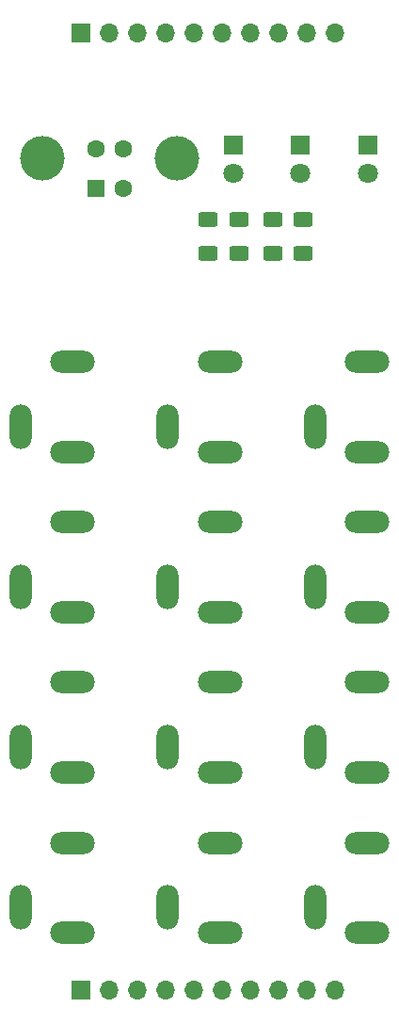
<source format=gbr>
%TF.GenerationSoftware,KiCad,Pcbnew,(6.0.6)*%
%TF.CreationDate,2022-11-26T15:19:07+01:00*%
%TF.ProjectId,vcer-midi-to-cv,76636572-2d6d-4696-9469-2d746f2d6376,rev?*%
%TF.SameCoordinates,Original*%
%TF.FileFunction,Soldermask,Bot*%
%TF.FilePolarity,Negative*%
%FSLAX46Y46*%
G04 Gerber Fmt 4.6, Leading zero omitted, Abs format (unit mm)*
G04 Created by KiCad (PCBNEW (6.0.6)) date 2022-11-26 15:19:07*
%MOMM*%
%LPD*%
G01*
G04 APERTURE LIST*
G04 Aperture macros list*
%AMRoundRect*
0 Rectangle with rounded corners*
0 $1 Rounding radius*
0 $2 $3 $4 $5 $6 $7 $8 $9 X,Y pos of 4 corners*
0 Add a 4 corners polygon primitive as box body*
4,1,4,$2,$3,$4,$5,$6,$7,$8,$9,$2,$3,0*
0 Add four circle primitives for the rounded corners*
1,1,$1+$1,$2,$3*
1,1,$1+$1,$4,$5*
1,1,$1+$1,$6,$7*
1,1,$1+$1,$8,$9*
0 Add four rect primitives between the rounded corners*
20,1,$1+$1,$2,$3,$4,$5,0*
20,1,$1+$1,$4,$5,$6,$7,0*
20,1,$1+$1,$6,$7,$8,$9,0*
20,1,$1+$1,$8,$9,$2,$3,0*%
G04 Aperture macros list end*
%ADD10O,4.000000X2.000000*%
%ADD11O,2.000000X4.000000*%
%ADD12R,1.800000X1.800000*%
%ADD13C,1.800000*%
%ADD14R,1.600000X1.600000*%
%ADD15C,1.600000*%
%ADD16C,4.000000*%
%ADD17RoundRect,0.250000X0.625000X-0.400000X0.625000X0.400000X-0.625000X0.400000X-0.625000X-0.400000X0*%
%ADD18R,1.700000X1.700000*%
%ADD19O,1.700000X1.700000*%
G04 APERTURE END LIST*
D10*
%TO.C,J18*%
X21547500Y-73445000D03*
X21547500Y-65345000D03*
D11*
X16847500Y-71145000D03*
%TD*%
D10*
%TO.C,J16*%
X21547500Y-44645000D03*
X21547500Y-36545000D03*
D11*
X16847500Y-42345000D03*
%TD*%
D12*
%TO.C,D3*%
X22720000Y-17045803D03*
D13*
X22720000Y-19585803D03*
%TD*%
D10*
%TO.C,J19*%
X21547500Y-87845000D03*
X21547500Y-79745000D03*
D11*
X16847500Y-85545000D03*
%TD*%
D10*
%TO.C,J11*%
X8300000Y-87845000D03*
X8300000Y-79745000D03*
D11*
X3600000Y-85545000D03*
%TD*%
D14*
%TO.C,J7*%
X10350000Y-20930000D03*
D15*
X12850000Y-20930000D03*
X12850000Y-17430000D03*
X10350000Y-17430000D03*
D16*
X17620000Y-18220000D03*
X5580000Y-18220000D03*
%TD*%
D10*
%TO.C,J8*%
X8300000Y-44645000D03*
X8300000Y-36545000D03*
D11*
X3600000Y-42345000D03*
%TD*%
D12*
%TO.C,D1*%
X28770000Y-17045803D03*
D13*
X28770000Y-19585803D03*
%TD*%
D10*
%TO.C,J10*%
X8300000Y-73445000D03*
X8300000Y-65345000D03*
D11*
X3600000Y-71145000D03*
%TD*%
D10*
%TO.C,J13*%
X34795000Y-59045000D03*
X34795000Y-50945000D03*
D11*
X30095000Y-56745000D03*
%TD*%
D10*
%TO.C,J9*%
X8300000Y-59045000D03*
X8300000Y-50945000D03*
D11*
X3600000Y-56745000D03*
%TD*%
D10*
%TO.C,J14*%
X34795000Y-73445000D03*
X34795000Y-65345000D03*
D11*
X30095000Y-71145000D03*
%TD*%
D10*
%TO.C,J17*%
X21547500Y-59045000D03*
X21547500Y-50945000D03*
D11*
X16847500Y-56745000D03*
%TD*%
D10*
%TO.C,J15*%
X34795000Y-87845000D03*
X34795000Y-79745000D03*
D11*
X30095000Y-85545000D03*
%TD*%
D10*
%TO.C,J12*%
X34795000Y-44645000D03*
X34795000Y-36545000D03*
D11*
X30095000Y-42345000D03*
%TD*%
D12*
%TO.C,D2*%
X34820000Y-17045803D03*
D13*
X34820000Y-19585803D03*
%TD*%
D17*
%TO.C,R24*%
X20450000Y-26800000D03*
X20450000Y-23700000D03*
%TD*%
D18*
%TO.C,J3*%
X9000000Y-7000000D03*
D19*
X11540000Y-7000000D03*
X14080000Y-7000000D03*
X16620000Y-7000000D03*
X19160000Y-7000000D03*
X21700000Y-7000000D03*
X24240000Y-7000000D03*
X26780000Y-7000000D03*
X29320000Y-7000000D03*
X31860000Y-7000000D03*
%TD*%
D17*
%TO.C,R25*%
X23250000Y-26800000D03*
X23250000Y-23700000D03*
%TD*%
D18*
%TO.C,J4*%
X9000000Y-93000000D03*
D19*
X11540000Y-93000000D03*
X14080000Y-93000000D03*
X16620000Y-93000000D03*
X19160000Y-93000000D03*
X21700000Y-93000000D03*
X24240000Y-93000000D03*
X26780000Y-93000000D03*
X29320000Y-93000000D03*
X31860000Y-93000000D03*
%TD*%
D17*
%TO.C,R26*%
X26300000Y-26800000D03*
X26300000Y-23700000D03*
%TD*%
%TO.C,R27*%
X29000000Y-26800000D03*
X29000000Y-23700000D03*
%TD*%
M02*

</source>
